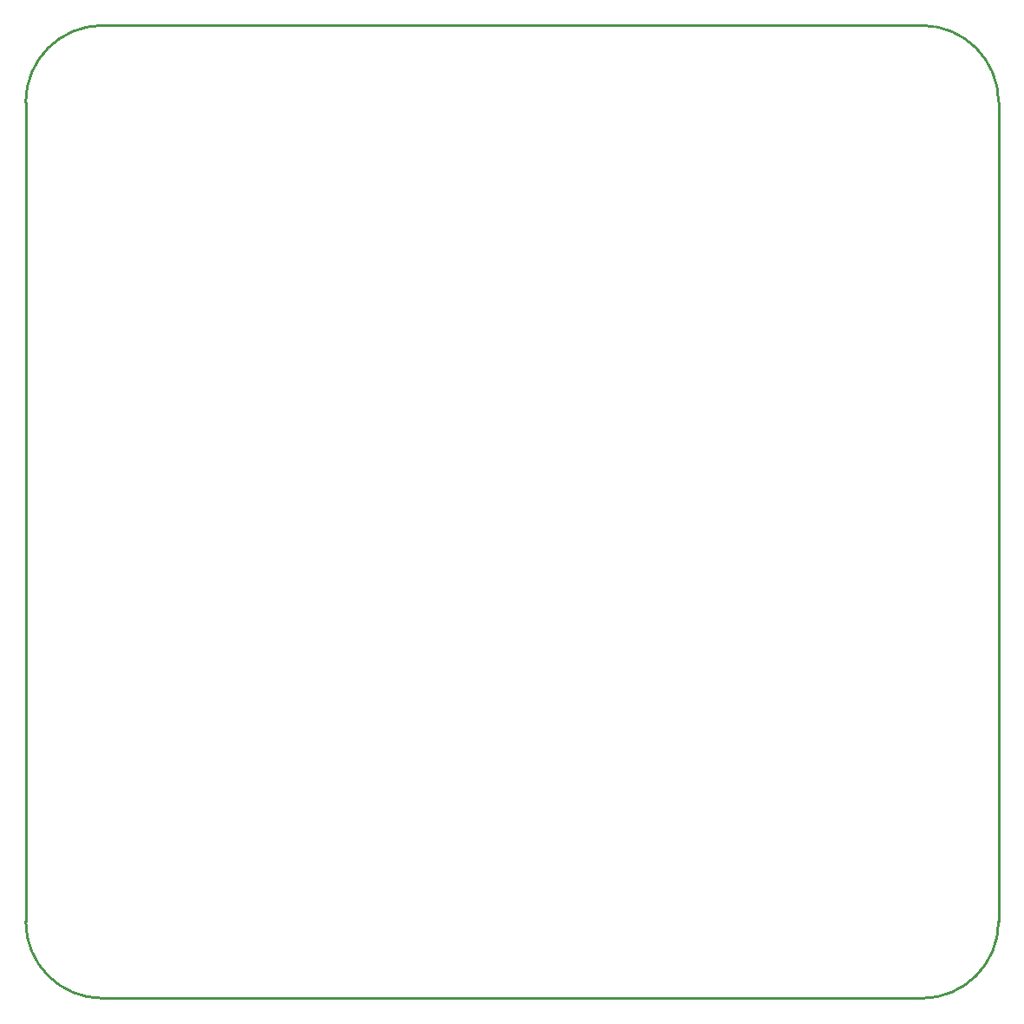
<source format=gko>
G04 Layer: BoardOutline*
G04 EasyEDA v5.9.42, Wed, 06 Mar 2019 16:08:20 GMT*
G04 Gerber Generator version 0.2*
G04 Scale: 100 percent, Rotated: No, Reflected: No *
G04 Dimensions in millimeters *
G04 leading zeros omitted , absolute positions ,3 integer and 3 decimal *
%FSLAX33Y33*%
%MOMM*%
G90*
G71D02*

%ADD10C,0.254000*%
G54D10*
G75*
G01X7500Y95000D02*
G03X0Y87500I0J-7500D01*
G01*
G75*
G01X87500Y0D02*
G03X95000Y7500I0J7500D01*
G01*
G75*
G01X0Y7500D02*
G03X7500Y0I7500J0D01*
G01*
G75*
G01X95000Y87500D02*
G03X87500Y95000I-7500J0D01*
G01*
G01X87500Y95000D02*
G01X7500Y95000D01*
G01X95000Y7500D02*
G01X95000Y87500D01*
G01X7500Y0D02*
G01X87500Y0D01*
G01X0Y87500D02*
G01X0Y7500D01*

%LPD*%
M00*
M02*

</source>
